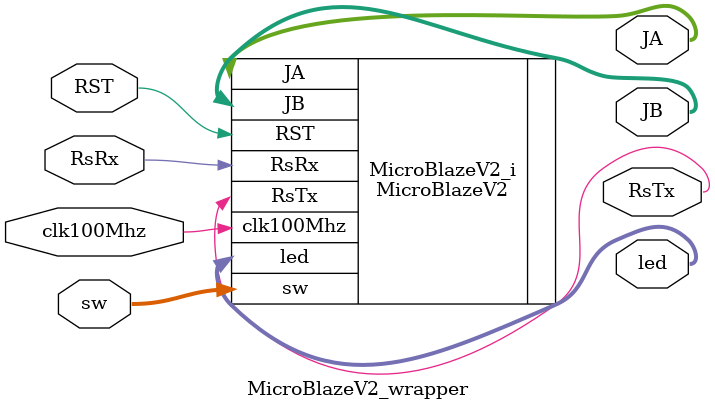
<source format=v>
`timescale 1 ps / 1 ps

module MicroBlazeV2_wrapper
   (JA,
    JB,
    RST,
    RsRx,
    RsTx,
    clk100Mhz,
    led,
    sw);
  output [7:0]JA;
  output [7:0]JB;
  input RST;
  input RsRx;
  output RsTx;
  input clk100Mhz;
  output [7:0]led;
  input [6:0]sw;

  wire [7:0]JA;
  wire [7:0]JB;
  wire RST;
  wire RsRx;
  wire RsTx;
  wire clk100Mhz;
  wire [7:0]led;
  wire [6:0]sw;

  MicroBlazeV2 MicroBlazeV2_i
       (.JA(JA),
        .JB(JB),
        .RST(RST),
        .RsRx(RsRx),
        .RsTx(RsTx),
        .clk100Mhz(clk100Mhz),
        .led(led),
        .sw(sw));
endmodule

</source>
